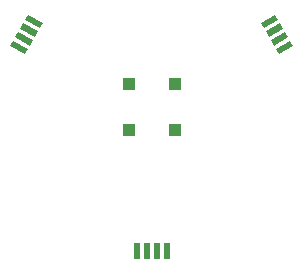
<source format=gts>
G04 EAGLE Gerber RS-274X export*
G75*
%MOMM*%
%FSLAX34Y34*%
%LPD*%
%INTop Solder Mask*%
%IPPOS*%
%AMOC8*
5,1,8,0,0,1.08239X$1,22.5*%
G01*
%ADD10R,1.101600X1.001600*%
%ADD11R,0.521600X1.401600*%


D10*
X180820Y174500D03*
X219820Y174500D03*
X219820Y135500D03*
X180820Y135500D03*
D11*
X187570Y32500D03*
X196070Y32500D03*
X204570Y32500D03*
X213070Y32500D03*
G36*
X93231Y228537D02*
X95839Y233054D01*
X107977Y226047D01*
X105369Y221530D01*
X93231Y228537D01*
G37*
G36*
X88981Y221176D02*
X91589Y225693D01*
X103727Y218686D01*
X101119Y214169D01*
X88981Y221176D01*
G37*
G36*
X84731Y213814D02*
X87339Y218331D01*
X99477Y211324D01*
X96869Y206807D01*
X84731Y213814D01*
G37*
G36*
X80481Y206453D02*
X83089Y210970D01*
X95227Y203963D01*
X92619Y199446D01*
X80481Y206453D01*
G37*
G36*
X317551Y210970D02*
X320159Y206453D01*
X308021Y199446D01*
X305413Y203963D01*
X317551Y210970D01*
G37*
G36*
X313301Y218331D02*
X315909Y213814D01*
X303771Y206807D01*
X301163Y211324D01*
X313301Y218331D01*
G37*
G36*
X309051Y225693D02*
X311659Y221176D01*
X299521Y214169D01*
X296913Y218686D01*
X309051Y225693D01*
G37*
G36*
X304801Y233054D02*
X307409Y228537D01*
X295271Y221530D01*
X292663Y226047D01*
X304801Y233054D01*
G37*
M02*

</source>
